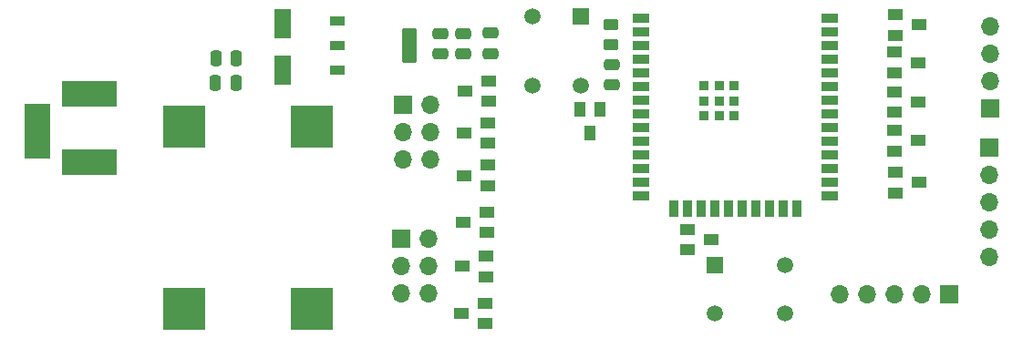
<source format=gts>
G04 #@! TF.GenerationSoftware,KiCad,Pcbnew,(6.0.4)*
G04 #@! TF.CreationDate,2022-04-15T12:40:15+02:00*
G04 #@! TF.ProjectId,hernieuwdeBuffer_beide_groundplane,6865726e-6965-4757-9764-654275666665,rev?*
G04 #@! TF.SameCoordinates,Original*
G04 #@! TF.FileFunction,Soldermask,Top*
G04 #@! TF.FilePolarity,Negative*
%FSLAX46Y46*%
G04 Gerber Fmt 4.6, Leading zero omitted, Abs format (unit mm)*
G04 Created by KiCad (PCBNEW (6.0.4)) date 2022-04-15 12:40:15*
%MOMM*%
%LPD*%
G01*
G04 APERTURE LIST*
G04 Aperture macros list*
%AMRoundRect*
0 Rectangle with rounded corners*
0 $1 Rounding radius*
0 $2 $3 $4 $5 $6 $7 $8 $9 X,Y pos of 4 corners*
0 Add a 4 corners polygon primitive as box body*
4,1,4,$2,$3,$4,$5,$6,$7,$8,$9,$2,$3,0*
0 Add four circle primitives for the rounded corners*
1,1,$1+$1,$2,$3*
1,1,$1+$1,$4,$5*
1,1,$1+$1,$6,$7*
1,1,$1+$1,$8,$9*
0 Add four rect primitives between the rounded corners*
20,1,$1+$1,$2,$3,$4,$5,0*
20,1,$1+$1,$4,$5,$6,$7,0*
20,1,$1+$1,$6,$7,$8,$9,0*
20,1,$1+$1,$8,$9,$2,$3,0*%
G04 Aperture macros list end*
%ADD10R,1.600000X2.800000*%
%ADD11R,1.400000X1.000000*%
%ADD12R,5.200000X2.400000*%
%ADD13R,2.400000X5.200000*%
%ADD14RoundRect,0.250000X-0.450000X0.262500X-0.450000X-0.262500X0.450000X-0.262500X0.450000X0.262500X0*%
%ADD15R,1.700000X1.700000*%
%ADD16O,1.700000X1.700000*%
%ADD17R,1.498000X1.498000*%
%ADD18C,1.498000*%
%ADD19RoundRect,0.250000X-0.475000X0.250000X-0.475000X-0.250000X0.475000X-0.250000X0.475000X0.250000X0*%
%ADD20R,1.000000X1.400000*%
%ADD21RoundRect,0.250000X-0.250000X-0.475000X0.250000X-0.475000X0.250000X0.475000X-0.250000X0.475000X0*%
%ADD22R,4.000000X4.000000*%
%ADD23R,1.500000X0.900000*%
%ADD24R,0.900000X1.500000*%
%ADD25R,0.900000X0.900000*%
%ADD26RoundRect,0.250000X0.475000X-0.250000X0.475000X0.250000X-0.475000X0.250000X-0.475000X-0.250000X0*%
%ADD27RoundRect,0.093000X-0.562000X0.372000X-0.562000X-0.372000X0.562000X-0.372000X0.562000X0.372000X0*%
%ADD28RoundRect,0.131000X-0.524000X1.489000X-0.524000X-1.489000X0.524000X-1.489000X0.524000X1.489000X0*%
%ADD29RoundRect,0.250000X0.250000X0.475000X-0.250000X0.475000X-0.250000X-0.475000X0.250000X-0.475000X0*%
G04 APERTURE END LIST*
D10*
X114100000Y-68850000D03*
X114100000Y-64550000D03*
D11*
X170950000Y-70850000D03*
X170950000Y-72750000D03*
X173150000Y-71800000D03*
D12*
X96200000Y-77450000D03*
X96150000Y-71100000D03*
D13*
X91350000Y-74550000D03*
D14*
X144600000Y-64637500D03*
X144600000Y-66462500D03*
D15*
X176040000Y-89650000D03*
D16*
X173500000Y-89650000D03*
X170960000Y-89650000D03*
X168420000Y-89650000D03*
X165880000Y-89650000D03*
D15*
X179750000Y-76080000D03*
D16*
X179750000Y-78620000D03*
X179750000Y-81160000D03*
X179750000Y-83700000D03*
X179750000Y-86240000D03*
D17*
X154250000Y-87000000D03*
D18*
X160750000Y-87000000D03*
X154250000Y-91500000D03*
X160750000Y-91500000D03*
D19*
X128750000Y-65450000D03*
X128750000Y-67350000D03*
D11*
X133200000Y-79600000D03*
X133200000Y-77700000D03*
X131000000Y-78650000D03*
X171000000Y-63700000D03*
X171000000Y-65600000D03*
X173200000Y-64650000D03*
X133250000Y-71750000D03*
X133250000Y-69850000D03*
X131050000Y-70800000D03*
D20*
X143600000Y-72500000D03*
X141700000Y-72500000D03*
X142650000Y-74700000D03*
D21*
X107900000Y-70000000D03*
X109800000Y-70000000D03*
D22*
X116850000Y-91000000D03*
X104950000Y-91000000D03*
X116850000Y-74100000D03*
X104950000Y-74100000D03*
D23*
X147400000Y-63990000D03*
X147400000Y-65260000D03*
X147400000Y-66530000D03*
X147400000Y-67800000D03*
X147400000Y-69070000D03*
X147400000Y-70340000D03*
X147400000Y-71610000D03*
X147400000Y-72880000D03*
X147400000Y-74150000D03*
X147400000Y-75420000D03*
X147400000Y-76690000D03*
X147400000Y-77960000D03*
X147400000Y-79230000D03*
X147400000Y-80500000D03*
D24*
X150435000Y-81750000D03*
X151705000Y-81750000D03*
X152975000Y-81750000D03*
X154245000Y-81750000D03*
X155515000Y-81750000D03*
X156785000Y-81750000D03*
X158055000Y-81750000D03*
X159325000Y-81750000D03*
X160595000Y-81750000D03*
X161865000Y-81750000D03*
D23*
X164900000Y-80500000D03*
X164900000Y-79230000D03*
X164900000Y-77960000D03*
X164900000Y-76690000D03*
X164900000Y-75420000D03*
X164900000Y-74150000D03*
X164900000Y-72880000D03*
X164900000Y-71610000D03*
X164900000Y-70340000D03*
X164900000Y-69070000D03*
X164900000Y-67800000D03*
X164900000Y-66530000D03*
X164900000Y-65260000D03*
X164900000Y-63990000D03*
D25*
X153250000Y-70310000D03*
X154650000Y-70310000D03*
X156050000Y-70310000D03*
X153250000Y-71710000D03*
X154650000Y-71710000D03*
X156050000Y-71710000D03*
X153250000Y-73110000D03*
X154650000Y-73110000D03*
X156050000Y-73110000D03*
D11*
X151750000Y-83650000D03*
X151750000Y-85550000D03*
X153950000Y-84600000D03*
D19*
X130900000Y-65450000D03*
X130900000Y-67350000D03*
D11*
X132950000Y-92400000D03*
X132950000Y-90500000D03*
X130750000Y-91450000D03*
D26*
X144700000Y-70250000D03*
X144700000Y-68350000D03*
D19*
X133400000Y-65400000D03*
X133400000Y-67300000D03*
D15*
X179800000Y-72400000D03*
D16*
X179800000Y-69860000D03*
X179800000Y-67320000D03*
X179800000Y-64780000D03*
D11*
X170950000Y-67200000D03*
X170950000Y-69100000D03*
X173150000Y-68150000D03*
D17*
X141800000Y-63835000D03*
D18*
X141800000Y-70335000D03*
X137300000Y-63835000D03*
X137300000Y-70335000D03*
D11*
X133100000Y-83950000D03*
X133100000Y-82050000D03*
X130900000Y-83000000D03*
D27*
X119205000Y-64310000D03*
X119205000Y-66600000D03*
X119205000Y-68890000D03*
D28*
X125895000Y-66600000D03*
D11*
X171050000Y-78350000D03*
X171050000Y-80250000D03*
X173250000Y-79300000D03*
D15*
X125110000Y-84560000D03*
D16*
X127650000Y-84560000D03*
X125110000Y-87100000D03*
X127650000Y-87100000D03*
X125110000Y-89640000D03*
X127650000Y-89640000D03*
D11*
X133200000Y-75650000D03*
X133200000Y-73750000D03*
X131000000Y-74700000D03*
X133000000Y-88050000D03*
X133000000Y-86150000D03*
X130800000Y-87100000D03*
D15*
X125310000Y-72110000D03*
D16*
X127850000Y-72110000D03*
X125310000Y-74650000D03*
X127850000Y-74650000D03*
X125310000Y-77190000D03*
X127850000Y-77190000D03*
D29*
X109850000Y-67750000D03*
X107950000Y-67750000D03*
D11*
X170950000Y-74450000D03*
X170950000Y-76350000D03*
X173150000Y-75400000D03*
M02*

</source>
